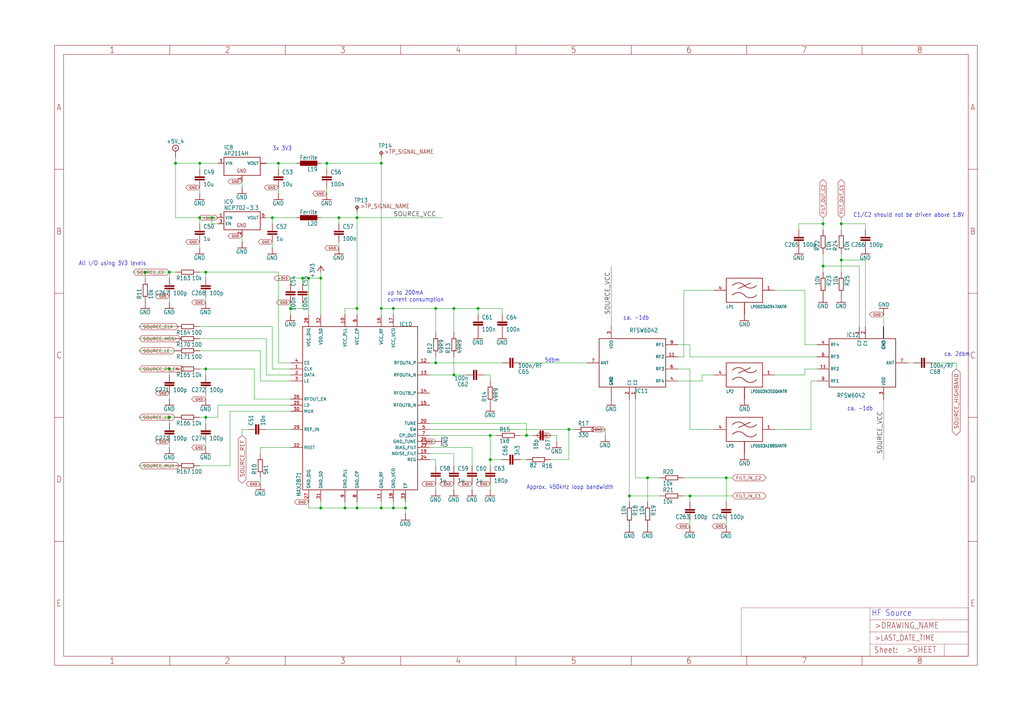
<source format=kicad_sch>
(kicad_sch (version 20210615) (generator eeschema)
  (paper "User" 429.793 300.279)
  (junction (at 60.96 114.3) (diameter 1.016))
  (junction (at 71.12 114.3) (diameter 1.016))
  (junction (at 71.12 154.94) (diameter 1.016))
  (junction (at 71.12 175.26) (diameter 1.016))
  (junction (at 73.66 68.58) (diameter 1.016))
  (junction (at 83.82 68.58) (diameter 1.016))
  (junction (at 83.82 91.44) (diameter 1.016))
  (junction (at 86.36 114.3) (diameter 1.016))
  (junction (at 86.36 154.94) (diameter 1.016))
  (junction (at 86.36 175.26) (diameter 1.016))
  (junction (at 88.9 91.44) (diameter 1.016))
  (junction (at 114.3 91.44) (diameter 1.016))
  (junction (at 116.84 68.58) (diameter 1.016))
  (junction (at 121.92 129.54) (diameter 1.016))
  (junction (at 127 116.84) (diameter 1.016))
  (junction (at 129.54 116.84) (diameter 1.016))
  (junction (at 134.62 116.84) (diameter 1.016))
  (junction (at 134.62 213.36) (diameter 1.016))
  (junction (at 137.16 68.58) (diameter 1.016))
  (junction (at 142.24 91.44) (diameter 1.016))
  (junction (at 144.78 213.36) (diameter 1.016))
  (junction (at 149.86 91.44) (diameter 1.016))
  (junction (at 149.86 129.54) (diameter 1.016))
  (junction (at 149.86 213.36) (diameter 1.016))
  (junction (at 160.02 68.58) (diameter 1.016))
  (junction (at 160.02 129.54) (diameter 1.016))
  (junction (at 160.02 213.36) (diameter 1.016))
  (junction (at 165.1 129.54) (diameter 1.016))
  (junction (at 165.1 213.36) (diameter 1.016))
  (junction (at 170.18 213.36) (diameter 1.016))
  (junction (at 182.88 129.54) (diameter 1.016))
  (junction (at 182.88 152.4) (diameter 1.016))
  (junction (at 190.5 129.54) (diameter 1.016))
  (junction (at 190.5 157.48) (diameter 1.016))
  (junction (at 200.66 129.54) (diameter 1.016))
  (junction (at 205.74 182.88) (diameter 1.016))
  (junction (at 205.74 193.04) (diameter 1.016))
  (junction (at 220.98 182.88) (diameter 1.016))
  (junction (at 238.76 180.34) (diameter 1.016))
  (junction (at 264.16 208.28) (diameter 1.016))
  (junction (at 271.78 200.66) (diameter 1.016))
  (junction (at 289.56 208.28) (diameter 1.016))
  (junction (at 304.8 200.66) (diameter 1.016))
  (junction (at 345.44 93.98) (diameter 1.016))
  (junction (at 345.44 111.76) (diameter 1.016))
  (junction (at 353.06 93.98) (diameter 1.016))
  (junction (at 353.06 109.22) (diameter 1.016))
  (wire (pts (xy 60.96 114.3) (xy 55.88 114.3)))
  (wire (pts (xy 60.96 116.84) (xy 60.96 114.3)))
  (wire (pts (xy 71.12 114.3) (xy 60.96 114.3)))
  (wire (pts (xy 71.12 116.84) (xy 71.12 114.3)))
  (wire (pts (xy 71.12 124.46) (xy 71.12 127)))
  (wire (pts (xy 71.12 154.94) (xy 58.42 154.94)))
  (wire (pts (xy 71.12 154.94) (xy 71.12 157.48)))
  (wire (pts (xy 71.12 165.1) (xy 71.12 167.64)))
  (wire (pts (xy 71.12 175.26) (xy 58.42 175.26)))
  (wire (pts (xy 71.12 175.26) (xy 71.12 177.8)))
  (wire (pts (xy 71.12 185.42) (xy 71.12 187.96)))
  (wire (pts (xy 73.66 68.58) (xy 73.66 66.04)))
  (wire (pts (xy 73.66 91.44) (xy 73.66 68.58)))
  (wire (pts (xy 73.66 114.3) (xy 71.12 114.3)))
  (wire (pts (xy 73.66 137.16) (xy 58.42 137.16)))
  (wire (pts (xy 73.66 142.24) (xy 58.42 142.24)))
  (wire (pts (xy 73.66 147.32) (xy 58.42 147.32)))
  (wire (pts (xy 73.66 154.94) (xy 71.12 154.94)))
  (wire (pts (xy 73.66 175.26) (xy 71.12 175.26)))
  (wire (pts (xy 73.66 195.58) (xy 58.42 195.58)))
  (wire (pts (xy 83.82 68.58) (xy 73.66 68.58)))
  (wire (pts (xy 83.82 68.58) (xy 83.82 71.12)))
  (wire (pts (xy 83.82 78.74) (xy 83.82 81.28)))
  (wire (pts (xy 83.82 91.44) (xy 73.66 91.44)))
  (wire (pts (xy 83.82 91.44) (xy 83.82 93.98)))
  (wire (pts (xy 83.82 101.6) (xy 83.82 104.14)))
  (wire (pts (xy 83.82 114.3) (xy 86.36 114.3)))
  (wire (pts (xy 83.82 142.24) (xy 111.76 142.24)))
  (wire (pts (xy 83.82 154.94) (xy 86.36 154.94)))
  (wire (pts (xy 83.82 175.26) (xy 86.36 175.26)))
  (wire (pts (xy 86.36 114.3) (xy 86.36 116.84)))
  (wire (pts (xy 86.36 127) (xy 86.36 124.46)))
  (wire (pts (xy 86.36 137.16) (xy 83.82 137.16)))
  (wire (pts (xy 86.36 154.94) (xy 86.36 157.48)))
  (wire (pts (xy 86.36 167.64) (xy 86.36 165.1)))
  (wire (pts (xy 86.36 175.26) (xy 86.36 177.8)))
  (wire (pts (xy 86.36 187.96) (xy 86.36 185.42)))
  (wire (pts (xy 88.9 91.44) (xy 83.82 91.44)))
  (wire (pts (xy 88.9 93.98) (xy 88.9 91.44)))
  (wire (pts (xy 91.44 68.58) (xy 83.82 68.58)))
  (wire (pts (xy 91.44 91.44) (xy 88.9 91.44)))
  (wire (pts (xy 91.44 93.98) (xy 88.9 93.98)))
  (wire (pts (xy 91.44 170.18) (xy 91.44 175.26)))
  (wire (pts (xy 91.44 175.26) (xy 86.36 175.26)))
  (wire (pts (xy 96.52 172.72) (xy 96.52 193.04)))
  (wire (pts (xy 96.52 193.04) (xy 96.52 195.58)))
  (wire (pts (xy 96.52 195.58) (xy 83.82 195.58)))
  (wire (pts (xy 101.6 76.2) (xy 101.6 78.74)))
  (wire (pts (xy 101.6 99.06) (xy 101.6 101.6)))
  (wire (pts (xy 101.6 180.34) (xy 101.6 182.88)))
  (wire (pts (xy 104.14 180.34) (xy 101.6 180.34)))
  (wire (pts (xy 106.68 154.94) (xy 86.36 154.94)))
  (wire (pts (xy 106.68 167.64) (xy 106.68 154.94)))
  (wire (pts (xy 109.22 147.32) (xy 83.82 147.32)))
  (wire (pts (xy 109.22 149.86) (xy 109.22 147.32)))
  (wire (pts (xy 109.22 160.02) (xy 109.22 149.86)))
  (wire (pts (xy 109.22 187.96) (xy 109.22 190.5)))
  (wire (pts (xy 109.22 203.2) (xy 109.22 200.66)))
  (wire (pts (xy 111.76 68.58) (xy 116.84 68.58)))
  (wire (pts (xy 111.76 91.44) (xy 114.3 91.44)))
  (wire (pts (xy 111.76 142.24) (xy 111.76 157.48)))
  (wire (pts (xy 111.76 180.34) (xy 116.84 180.34)))
  (wire (pts (xy 114.3 91.44) (xy 114.3 93.98)))
  (wire (pts (xy 114.3 91.44) (xy 124.46 91.44)))
  (wire (pts (xy 114.3 101.6) (xy 114.3 104.14)))
  (wire (pts (xy 114.3 137.16) (xy 86.36 137.16)))
  (wire (pts (xy 114.3 154.94) (xy 114.3 137.16)))
  (wire (pts (xy 116.84 68.58) (xy 116.84 71.12)))
  (wire (pts (xy 116.84 68.58) (xy 124.46 68.58)))
  (wire (pts (xy 116.84 78.74) (xy 116.84 81.28)))
  (wire (pts (xy 116.84 114.3) (xy 86.36 114.3)))
  (wire (pts (xy 116.84 152.4) (xy 116.84 114.3)))
  (wire (pts (xy 116.84 180.34) (xy 121.92 180.34)))
  (wire (pts (xy 121.92 116.84) (xy 127 116.84)))
  (wire (pts (xy 121.92 119.38) (xy 121.92 116.84)))
  (wire (pts (xy 121.92 127) (xy 121.92 129.54)))
  (wire (pts (xy 121.92 129.54) (xy 121.92 132.08)))
  (wire (pts (xy 121.92 129.54) (xy 127 129.54)))
  (wire (pts (xy 121.92 152.4) (xy 116.84 152.4)))
  (wire (pts (xy 121.92 154.94) (xy 114.3 154.94)))
  (wire (pts (xy 121.92 157.48) (xy 111.76 157.48)))
  (wire (pts (xy 121.92 160.02) (xy 109.22 160.02)))
  (wire (pts (xy 121.92 167.64) (xy 106.68 167.64)))
  (wire (pts (xy 121.92 170.18) (xy 91.44 170.18)))
  (wire (pts (xy 121.92 172.72) (xy 96.52 172.72)))
  (wire (pts (xy 121.92 187.96) (xy 109.22 187.96)))
  (wire (pts (xy 127 116.84) (xy 129.54 116.84)))
  (wire (pts (xy 127 119.38) (xy 127 116.84)))
  (wire (pts (xy 127 129.54) (xy 127 127)))
  (wire (pts (xy 129.54 116.84) (xy 134.62 116.84)))
  (wire (pts (xy 129.54 132.08) (xy 129.54 116.84)))
  (wire (pts (xy 129.54 210.82) (xy 129.54 213.36)))
  (wire (pts (xy 129.54 213.36) (xy 134.62 213.36)))
  (wire (pts (xy 134.62 68.58) (xy 137.16 68.58)))
  (wire (pts (xy 134.62 91.44) (xy 142.24 91.44)))
  (wire (pts (xy 134.62 114.3) (xy 134.62 116.84)))
  (wire (pts (xy 134.62 132.08) (xy 134.62 116.84)))
  (wire (pts (xy 134.62 210.82) (xy 134.62 213.36)))
  (wire (pts (xy 134.62 213.36) (xy 144.78 213.36)))
  (wire (pts (xy 137.16 68.58) (xy 160.02 68.58)))
  (wire (pts (xy 137.16 71.12) (xy 137.16 68.58)))
  (wire (pts (xy 137.16 81.28) (xy 137.16 78.74)))
  (wire (pts (xy 142.24 91.44) (xy 142.24 93.98)))
  (wire (pts (xy 142.24 91.44) (xy 149.86 91.44)))
  (wire (pts (xy 142.24 104.14) (xy 142.24 101.6)))
  (wire (pts (xy 144.78 129.54) (xy 149.86 129.54)))
  (wire (pts (xy 144.78 132.08) (xy 144.78 129.54)))
  (wire (pts (xy 144.78 210.82) (xy 144.78 213.36)))
  (wire (pts (xy 144.78 213.36) (xy 149.86 213.36)))
  (wire (pts (xy 149.86 88.9) (xy 149.86 91.44)))
  (wire (pts (xy 149.86 91.44) (xy 149.86 129.54)))
  (wire (pts (xy 149.86 91.44) (xy 167.64 91.44)))
  (wire (pts (xy 149.86 129.54) (xy 149.86 132.08)))
  (wire (pts (xy 149.86 210.82) (xy 149.86 213.36)))
  (wire (pts (xy 149.86 213.36) (xy 160.02 213.36)))
  (wire (pts (xy 160.02 68.58) (xy 160.02 66.04)))
  (wire (pts (xy 160.02 68.58) (xy 160.02 129.54)))
  (wire (pts (xy 160.02 129.54) (xy 160.02 132.08)))
  (wire (pts (xy 160.02 129.54) (xy 165.1 129.54)))
  (wire (pts (xy 160.02 210.82) (xy 160.02 213.36)))
  (wire (pts (xy 160.02 213.36) (xy 165.1 213.36)))
  (wire (pts (xy 165.1 129.54) (xy 165.1 132.08)))
  (wire (pts (xy 165.1 129.54) (xy 182.88 129.54)))
  (wire (pts (xy 165.1 210.82) (xy 165.1 213.36)))
  (wire (pts (xy 165.1 213.36) (xy 170.18 213.36)))
  (wire (pts (xy 167.64 91.44) (xy 185.42 91.44)))
  (wire (pts (xy 170.18 213.36) (xy 170.18 210.82)))
  (wire (pts (xy 170.18 213.36) (xy 170.18 215.9)))
  (wire (pts (xy 180.34 177.8) (xy 220.98 177.8)))
  (wire (pts (xy 180.34 180.34) (xy 238.76 180.34)))
  (wire (pts (xy 180.34 182.88) (xy 205.74 182.88)))
  (wire (pts (xy 180.34 187.96) (xy 198.12 187.96)))
  (wire (pts (xy 180.34 190.5) (xy 190.5 190.5)))
  (wire (pts (xy 180.34 193.04) (xy 182.88 193.04)))
  (wire (pts (xy 182.88 129.54) (xy 182.88 139.7)))
  (wire (pts (xy 182.88 152.4) (xy 180.34 152.4)))
  (wire (pts (xy 182.88 152.4) (xy 182.88 149.86)))
  (wire (pts (xy 182.88 157.48) (xy 180.34 157.48)))
  (wire (pts (xy 182.88 157.48) (xy 190.5 157.48)))
  (wire (pts (xy 182.88 185.42) (xy 180.34 185.42)))
  (wire (pts (xy 182.88 193.04) (xy 182.88 195.58)))
  (wire (pts (xy 182.88 203.2) (xy 182.88 205.74)))
  (wire (pts (xy 187.96 152.4) (xy 182.88 152.4)))
  (wire (pts (xy 190.5 129.54) (xy 182.88 129.54)))
  (wire (pts (xy 190.5 129.54) (xy 200.66 129.54)))
  (wire (pts (xy 190.5 139.7) (xy 190.5 129.54)))
  (wire (pts (xy 190.5 149.86) (xy 190.5 157.48)))
  (wire (pts (xy 190.5 157.48) (xy 195.58 157.48)))
  (wire (pts (xy 190.5 190.5) (xy 190.5 195.58)))
  (wire (pts (xy 190.5 203.2) (xy 190.5 205.74)))
  (wire (pts (xy 198.12 187.96) (xy 198.12 195.58)))
  (wire (pts (xy 198.12 203.2) (xy 198.12 205.74)))
  (wire (pts (xy 200.66 129.54) (xy 210.82 129.54)))
  (wire (pts (xy 200.66 132.08) (xy 200.66 129.54)))
  (wire (pts (xy 203.2 157.48) (xy 205.74 157.48)))
  (wire (pts (xy 205.74 157.48) (xy 205.74 160.02)))
  (wire (pts (xy 205.74 182.88) (xy 208.28 182.88)))
  (wire (pts (xy 205.74 193.04) (xy 205.74 182.88)))
  (wire (pts (xy 205.74 195.58) (xy 205.74 193.04)))
  (wire (pts (xy 205.74 203.2) (xy 205.74 205.74)))
  (wire (pts (xy 210.82 129.54) (xy 210.82 132.08)))
  (wire (pts (xy 210.82 152.4) (xy 187.96 152.4)))
  (wire (pts (xy 210.82 193.04) (xy 205.74 193.04)))
  (wire (pts (xy 218.44 182.88) (xy 220.98 182.88)))
  (wire (pts (xy 218.44 193.04) (xy 220.98 193.04)))
  (wire (pts (xy 220.98 182.88) (xy 220.98 177.8)))
  (wire (pts (xy 223.52 182.88) (xy 220.98 182.88)))
  (wire (pts (xy 231.14 182.88) (xy 233.68 182.88)))
  (wire (pts (xy 231.14 193.04) (xy 238.76 193.04)))
  (wire (pts (xy 233.68 152.4) (xy 218.44 152.4)))
  (wire (pts (xy 233.68 152.4) (xy 246.38 152.4)))
  (wire (pts (xy 233.68 182.88) (xy 233.68 185.42)))
  (wire (pts (xy 238.76 180.34) (xy 241.3 180.34)))
  (wire (pts (xy 238.76 193.04) (xy 238.76 180.34)))
  (wire (pts (xy 254 180.34) (xy 251.46 180.34)))
  (wire (pts (xy 254 180.34) (xy 254 182.88)))
  (wire (pts (xy 256.54 134.62) (xy 256.54 111.76)))
  (wire (pts (xy 256.54 134.62) (xy 256.54 137.16)))
  (wire (pts (xy 264.16 167.64) (xy 264.16 208.28)))
  (wire (pts (xy 264.16 208.28) (xy 264.16 210.82)))
  (wire (pts (xy 266.7 200.66) (xy 266.7 167.64)))
  (wire (pts (xy 271.78 200.66) (xy 266.7 200.66)))
  (wire (pts (xy 271.78 210.82) (xy 271.78 200.66)))
  (wire (pts (xy 276.86 200.66) (xy 271.78 200.66)))
  (wire (pts (xy 276.86 208.28) (xy 264.16 208.28)))
  (wire (pts (xy 284.48 149.86) (xy 287.02 149.86)))
  (wire (pts (xy 284.48 160.02) (xy 294.64 160.02)))
  (wire (pts (xy 287.02 121.92) (xy 297.18 121.92)))
  (wire (pts (xy 287.02 149.86) (xy 287.02 121.92)))
  (wire (pts (xy 287.02 200.66) (xy 304.8 200.66)))
  (wire (pts (xy 287.02 208.28) (xy 289.56 208.28)))
  (wire (pts (xy 289.56 144.78) (xy 284.48 144.78)))
  (wire (pts (xy 289.56 149.86) (xy 289.56 144.78)))
  (wire (pts (xy 289.56 154.94) (xy 284.48 154.94)))
  (wire (pts (xy 289.56 180.34) (xy 289.56 154.94)))
  (wire (pts (xy 289.56 208.28) (xy 307.34 208.28)))
  (wire (pts (xy 289.56 210.82) (xy 289.56 208.28)))
  (wire (pts (xy 289.56 220.98) (xy 289.56 218.44)))
  (wire (pts (xy 294.64 160.02) (xy 294.64 157.48)))
  (wire (pts (xy 297.18 121.92) (xy 299.72 121.92)))
  (wire (pts (xy 299.72 157.48) (xy 294.64 157.48)))
  (wire (pts (xy 299.72 180.34) (xy 289.56 180.34)))
  (wire (pts (xy 304.8 200.66) (xy 307.34 200.66)))
  (wire (pts (xy 304.8 210.82) (xy 304.8 200.66)))
  (wire (pts (xy 304.8 220.98) (xy 304.8 218.44)))
  (wire (pts (xy 325.12 121.92) (xy 337.82 121.92)))
  (wire (pts (xy 325.12 157.48) (xy 337.82 157.48)))
  (wire (pts (xy 325.12 180.34) (xy 340.36 180.34)))
  (wire (pts (xy 335.28 93.98) (xy 335.28 96.52)))
  (wire (pts (xy 337.82 121.92) (xy 337.82 144.78)))
  (wire (pts (xy 337.82 144.78) (xy 342.9 144.78)))
  (wire (pts (xy 337.82 154.94) (xy 342.9 154.94)))
  (wire (pts (xy 337.82 157.48) (xy 337.82 154.94)))
  (wire (pts (xy 340.36 160.02) (xy 342.9 160.02)))
  (wire (pts (xy 340.36 180.34) (xy 340.36 160.02)))
  (wire (pts (xy 342.9 149.86) (xy 289.56 149.86)))
  (wire (pts (xy 345.44 93.98) (xy 335.28 93.98)))
  (wire (pts (xy 345.44 93.98) (xy 345.44 91.44)))
  (wire (pts (xy 345.44 96.52) (xy 345.44 93.98)))
  (wire (pts (xy 345.44 106.68) (xy 345.44 111.76)))
  (wire (pts (xy 345.44 111.76) (xy 345.44 114.3)))
  (wire (pts (xy 345.44 111.76) (xy 360.68 111.76)))
  (wire (pts (xy 353.06 93.98) (xy 353.06 91.44)))
  (wire (pts (xy 353.06 93.98) (xy 363.22 93.98)))
  (wire (pts (xy 353.06 96.52) (xy 353.06 93.98)))
  (wire (pts (xy 353.06 106.68) (xy 353.06 109.22)))
  (wire (pts (xy 353.06 109.22) (xy 353.06 111.76)))
  (wire (pts (xy 353.06 109.22) (xy 363.22 109.22)))
  (wire (pts (xy 353.06 111.76) (xy 353.06 114.3)))
  (wire (pts (xy 360.68 111.76) (xy 360.68 137.16)))
  (wire (pts (xy 363.22 93.98) (xy 363.22 96.52)))
  (wire (pts (xy 363.22 109.22) (xy 363.22 137.16)))
  (wire (pts (xy 370.84 132.08) (xy 370.84 137.16)))
  (wire (pts (xy 370.84 167.64) (xy 370.84 193.04)))
  (wire (pts (xy 381 152.4) (xy 383.54 152.4)))
  (wire (pts (xy 391.16 152.4) (xy 401.32 152.4)))
  (wire (pts (xy 401.32 152.4) (xy 401.32 154.94)))
  (text "All I/O using 3V3 levels" (at 33.02 111.76 180) (effects (font (size 1.778 1.5113)) (justify left bottom)))
  (text "3x 3V3" (at 114.3 63.5 180) (effects (font (size 1.778 1.5113)) (justify left bottom)))
  (text "up to 200mA\ncurrent consumption" (at 162.56 127 180) (effects (font (size 1.778 1.5113)) (justify left bottom)))
  (text "Approx. 450kHz loop bandwidth" (at 220.98 205.74 180) (effects (font (size 1.778 1.5113)) (justify left bottom)))
  (text "5dbm" (at 228.6 152.4 180) (effects (font (size 1.778 1.5113)) (justify left bottom)))
  (text "ca. -1db" (at 261.62 134.62 180) (effects (font (size 1.778 1.5113)) (justify left bottom)))
  (text "ca. -1db" (at 355.6 172.72 180) (effects (font (size 1.778 1.5113)) (justify left bottom)))
  (text "C1/C2 should not be driven above 1.8V" (at 358.14 91.44 180) (effects (font (size 1.778 1.5113)) (justify left bottom)))
  (text "HF Source" (at 365.76 259.08 180) (effects (font (size 2.54 2.159)) (justify left bottom)))
  (text "ca. 2dbm" (at 396.24 149.86 180) (effects (font (size 1.778 1.5113)) (justify left bottom)))
  (label "SOURCE_VCC" (at 165.1 91.44 0) (effects (font (size 1.8567 1.8567))))
  (label "SOURCE_VCC" (at 256.54 132.08 90) (effects (font (size 1.8567 1.8567))))
  (label "SOURCE_VCC" (at 370.84 172.72 270) (effects (font (size 1.8567 1.8567))))
  (global_label "SOURCE_CE" (shape bidirectional) (at 55.88 114.3 0) (effects (font (size 1.3335 1.3335))) (property "Intersheet References" "${INTERSHEET_REFS}" (effects hide)))
  (global_label "SOURCE_CLK" (shape bidirectional) (at 58.42 137.16 0) (effects (font (size 1.3335 1.3335))) (property "Intersheet References" "${INTERSHEET_REFS}" (effects hide)))
  (global_label "SOURCE_MOSI" (shape bidirectional) (at 58.42 142.24 0) (effects (font (size 1.3335 1.3335))) (property "Intersheet References" "${INTERSHEET_REFS}" (effects hide)))
  (global_label "SOURCE_LE" (shape bidirectional) (at 58.42 147.32 0) (effects (font (size 1.3335 1.3335))) (property "Intersheet References" "${INTERSHEET_REFS}" (effects hide)))
  (global_label "SOURCE_RF_EN" (shape bidirectional) (at 58.42 154.94 0) (effects (font (size 1.3335 1.3335))) (property "Intersheet References" "${INTERSHEET_REFS}" (effects hide)))
  (global_label "SOURCE_LD" (shape bidirectional) (at 58.42 175.26 0) (effects (font (size 1.3335 1.3335))) (property "Intersheet References" "${INTERSHEET_REFS}" (effects hide)))
  (global_label "SOURCE_MUX" (shape bidirectional) (at 58.42 195.58 0) (effects (font (size 1.3335 1.3335))) (property "Intersheet References" "${INTERSHEET_REFS}" (effects hide)))
  (global_label "GND" (shape bidirectional) (at 71.12 124.46 180) (effects (font (size 1.016 1.016))) (property "Intersheet References" "${INTERSHEET_REFS}" (effects hide)))
  (global_label "GND" (shape bidirectional) (at 71.12 165.1 180) (effects (font (size 1.016 1.016))) (property "Intersheet References" "${INTERSHEET_REFS}" (effects hide)))
  (global_label "GND" (shape bidirectional) (at 71.12 185.42 180) (effects (font (size 1.016 1.016))) (property "Intersheet References" "${INTERSHEET_REFS}" (effects hide)))
  (global_label "GND" (shape bidirectional) (at 83.82 78.74 180) (effects (font (size 1.016 1.016))) (property "Intersheet References" "${INTERSHEET_REFS}" (effects hide)))
  (global_label "GND" (shape bidirectional) (at 83.82 101.6 180) (effects (font (size 1.016 1.016))) (property "Intersheet References" "${INTERSHEET_REFS}" (effects hide)))
  (global_label "GND" (shape bidirectional) (at 86.36 127 180) (effects (font (size 1.016 1.016))) (property "Intersheet References" "${INTERSHEET_REFS}" (effects hide)))
  (global_label "GND" (shape bidirectional) (at 86.36 167.64 180) (effects (font (size 1.016 1.016))) (property "Intersheet References" "${INTERSHEET_REFS}" (effects hide)))
  (global_label "GND" (shape bidirectional) (at 86.36 187.96 180) (effects (font (size 1.016 1.016))) (property "Intersheet References" "${INTERSHEET_REFS}" (effects hide)))
  (global_label "+5V/4" (shape bidirectional) (at 91.44 91.44 180) (effects (font (size 1.016 1.016))) (property "Intersheet References" "${INTERSHEET_REFS}" (effects hide)))
  (global_label "GND" (shape bidirectional) (at 101.6 76.2 180) (effects (font (size 1.016 1.016))) (property "Intersheet References" "${INTERSHEET_REFS}" (effects hide)))
  (global_label "GND" (shape bidirectional) (at 101.6 99.06 180) (effects (font (size 1.016 1.016))) (property "Intersheet References" "${INTERSHEET_REFS}" (effects hide)))
  (global_label "SOURCE_REF" (shape bidirectional) (at 101.6 182.88 270) (effects (font (size 1.6383 1.6383))) (property "Intersheet References" "${INTERSHEET_REFS}" (effects hide)))
  (global_label "GND" (shape bidirectional) (at 109.22 203.2 180) (effects (font (size 1.016 1.016))) (property "Intersheet References" "${INTERSHEET_REFS}" (effects hide)))
  (global_label "GND" (shape bidirectional) (at 114.3 101.6 180) (effects (font (size 1.016 1.016))) (property "Intersheet References" "${INTERSHEET_REFS}" (effects hide)))
  (global_label "GND" (shape bidirectional) (at 116.84 78.74 180) (effects (font (size 1.016 1.016))) (property "Intersheet References" "${INTERSHEET_REFS}" (effects hide)))
  (global_label "+3V3" (shape bidirectional) (at 121.92 116.84 180) (effects (font (size 1.016 1.016))) (property "Intersheet References" "${INTERSHEET_REFS}" (effects hide)))
  (global_label "GND" (shape bidirectional) (at 121.92 127 180) (effects (font (size 1.016 1.016))) (property "Intersheet References" "${INTERSHEET_REFS}" (effects hide)))
  (global_label "GND" (shape bidirectional) (at 129.54 210.82 180) (effects (font (size 1.016 1.016))) (property "Intersheet References" "${INTERSHEET_REFS}" (effects hide)))
  (global_label "GND" (shape bidirectional) (at 137.16 81.28 180) (effects (font (size 1.016 1.016))) (property "Intersheet References" "${INTERSHEET_REFS}" (effects hide)))
  (global_label "GND" (shape bidirectional) (at 142.24 104.14 180) (effects (font (size 1.016 1.016))) (property "Intersheet References" "${INTERSHEET_REFS}" (effects hide)))
  (global_label "GND" (shape bidirectional) (at 182.88 185.42 180) (effects (font (size 1.016 1.016))) (property "Intersheet References" "${INTERSHEET_REFS}" (effects hide)))
  (global_label "GND" (shape bidirectional) (at 182.88 203.2 180) (effects (font (size 1.016 1.016))) (property "Intersheet References" "${INTERSHEET_REFS}" (effects hide)))
  (global_label "GND" (shape bidirectional) (at 190.5 203.2 180) (effects (font (size 1.016 1.016))) (property "Intersheet References" "${INTERSHEET_REFS}" (effects hide)))
  (global_label "GND" (shape bidirectional) (at 198.12 203.2 180) (effects (font (size 1.016 1.016))) (property "Intersheet References" "${INTERSHEET_REFS}" (effects hide)))
  (global_label "GND" (shape bidirectional) (at 205.74 203.2 180) (effects (font (size 1.016 1.016))) (property "Intersheet References" "${INTERSHEET_REFS}" (effects hide)))
  (global_label "GND" (shape bidirectional) (at 231.14 182.88 180) (effects (font (size 1.016 1.016))) (property "Intersheet References" "${INTERSHEET_REFS}" (effects hide)))
  (global_label "GND" (shape bidirectional) (at 254 180.34 180) (effects (font (size 1.016 1.016))) (property "Intersheet References" "${INTERSHEET_REFS}" (effects hide)))
  (global_label "GND" (shape bidirectional) (at 289.56 220.98 180) (effects (font (size 1.016 1.016))) (property "Intersheet References" "${INTERSHEET_REFS}" (effects hide)))
  (global_label "GND" (shape bidirectional) (at 304.8 220.98 180) (effects (font (size 1.016 1.016))) (property "Intersheet References" "${INTERSHEET_REFS}" (effects hide)))
  (global_label "FILT_IN_C2" (shape bidirectional) (at 307.34 200.66 0) (effects (font (size 1.3335 1.3335))) (property "Intersheet References" "${INTERSHEET_REFS}" (effects hide)))
  (global_label "FILT_IN_C1" (shape bidirectional) (at 307.34 208.28 0) (effects (font (size 1.3335 1.3335))) (property "Intersheet References" "${INTERSHEET_REFS}" (effects hide)))
  (global_label "FILT_OUT_C2" (shape bidirectional) (at 345.44 91.44 90) (effects (font (size 1.3335 1.3335))) (property "Intersheet References" "${INTERSHEET_REFS}" (effects hide)))
  (global_label "FILT_OUT_C1" (shape bidirectional) (at 353.06 91.44 90) (effects (font (size 1.3335 1.3335))) (property "Intersheet References" "${INTERSHEET_REFS}" (effects hide)))
  (global_label "GND" (shape bidirectional) (at 370.84 132.08 180) (effects (font (size 1.016 1.016))) (property "Intersheet References" "${INTERSHEET_REFS}" (effects hide)))
  (global_label "SOURCE_HIGHBAND" (shape bidirectional) (at 401.32 154.94 270) (effects (font (size 1.6383 1.6383))) (property "Intersheet References" "${INTERSHEET_REFS}" (effects hide)))
  (symbol (lib_id "VNA-eagle-import:+3V3") (at 134.62 111.76 0)
    (property "Reference" "#+3V34" (effects hide))
    (property "Value" "+3V3" (at 132.08 116.84 90) (effects (font (size 1.778 1.5113)) (justify left bottom)))
  )
  (symbol (lib_id "VNA-eagle-import:GND") (at 60.96 129.54 0)
    (property "Reference" "#GND71" (effects hide))
    (property "Value" "GND" (at 58.42 132.08 0) (effects (font (size 1.778 1.5113)) (justify left bottom)))
  )
  (symbol (lib_id "VNA-eagle-import:GND") (at 71.12 129.54 0)
    (property "Reference" "#GND306" (effects hide))
    (property "Value" "GND" (at 68.58 132.08 0) (effects (font (size 1.778 1.5113)) (justify left bottom)))
  )
  (symbol (lib_id "VNA-eagle-import:GND") (at 71.12 170.18 0)
    (property "Reference" "#GND310" (effects hide))
    (property "Value" "GND" (at 68.58 172.72 0) (effects (font (size 1.778 1.5113)) (justify left bottom)))
  )
  (symbol (lib_id "VNA-eagle-import:GND") (at 71.12 190.5 0)
    (property "Reference" "#GND312" (effects hide))
    (property "Value" "GND" (at 68.58 193.04 0) (effects (font (size 1.778 1.5113)) (justify left bottom)))
  )
  (symbol (lib_id "VNA-eagle-import:GND") (at 83.82 83.82 0)
    (property "Reference" "#GND64" (effects hide))
    (property "Value" "GND" (at 81.28 86.36 0) (effects (font (size 1.778 1.5113)) (justify left bottom)))
  )
  (symbol (lib_id "VNA-eagle-import:GND") (at 83.82 106.68 0)
    (property "Reference" "#GND65" (effects hide))
    (property "Value" "GND" (at 81.28 109.22 0) (effects (font (size 1.778 1.5113)) (justify left bottom)))
  )
  (symbol (lib_id "VNA-eagle-import:GND") (at 86.36 129.54 0)
    (property "Reference" "#GND307" (effects hide))
    (property "Value" "GND" (at 83.82 132.08 0) (effects (font (size 1.778 1.5113)) (justify left bottom)))
  )
  (symbol (lib_id "VNA-eagle-import:GND") (at 86.36 170.18 0)
    (property "Reference" "#GND311" (effects hide))
    (property "Value" "GND" (at 83.82 172.72 0) (effects (font (size 1.778 1.5113)) (justify left bottom)))
  )
  (symbol (lib_id "VNA-eagle-import:GND") (at 86.36 190.5 0)
    (property "Reference" "#GND313" (effects hide))
    (property "Value" "GND" (at 83.82 193.04 0) (effects (font (size 1.778 1.5113)) (justify left bottom)))
  )
  (symbol (lib_id "VNA-eagle-import:GND") (at 101.6 81.28 0)
    (property "Reference" "#GND66" (effects hide))
    (property "Value" "GND" (at 99.06 83.82 0) (effects (font (size 1.778 1.5113)) (justify left bottom)))
  )
  (symbol (lib_id "VNA-eagle-import:GND") (at 101.6 104.14 0)
    (property "Reference" "#GND67" (effects hide))
    (property "Value" "GND" (at 99.06 106.68 0) (effects (font (size 1.778 1.5113)) (justify left bottom)))
  )
  (symbol (lib_id "VNA-eagle-import:GND") (at 109.22 205.74 0)
    (property "Reference" "#GND68" (effects hide))
    (property "Value" "GND" (at 106.68 208.28 0) (effects (font (size 1.778 1.5113)) (justify left bottom)))
  )
  (symbol (lib_id "VNA-eagle-import:GND") (at 114.3 106.68 0)
    (property "Reference" "#GND69" (effects hide))
    (property "Value" "GND" (at 111.76 109.22 0) (effects (font (size 1.778 1.5113)) (justify left bottom)))
  )
  (symbol (lib_id "VNA-eagle-import:GND") (at 116.84 83.82 0)
    (property "Reference" "#GND70" (effects hide))
    (property "Value" "GND" (at 114.3 86.36 0) (effects (font (size 1.778 1.5113)) (justify left bottom)))
  )
  (symbol (lib_id "VNA-eagle-import:GND") (at 121.92 134.62 0)
    (property "Reference" "#GND72" (effects hide))
    (property "Value" "GND" (at 119.38 137.16 0) (effects (font (size 1.778 1.5113)) (justify left bottom)))
  )
  (symbol (lib_id "VNA-eagle-import:GND") (at 137.16 83.82 0)
    (property "Reference" "#GND73" (effects hide))
    (property "Value" "GND" (at 134.62 86.36 0) (effects (font (size 1.778 1.5113)) (justify left bottom)))
  )
  (symbol (lib_id "VNA-eagle-import:GND") (at 142.24 106.68 0)
    (property "Reference" "#GND74" (effects hide))
    (property "Value" "GND" (at 139.7 109.22 0) (effects (font (size 1.778 1.5113)) (justify left bottom)))
  )
  (symbol (lib_id "VNA-eagle-import:GND") (at 170.18 218.44 0)
    (property "Reference" "#GND75" (effects hide))
    (property "Value" "GND" (at 167.64 220.98 0) (effects (font (size 1.778 1.5113)) (justify left bottom)))
  )
  (symbol (lib_id "VNA-eagle-import:GND") (at 182.88 208.28 0)
    (property "Reference" "#GND76" (effects hide))
    (property "Value" "GND" (at 180.34 210.82 0) (effects (font (size 1.778 1.5113)) (justify left bottom)))
  )
  (symbol (lib_id "VNA-eagle-import:GND") (at 185.42 185.42 90)
    (property "Reference" "#GND77" (effects hide))
    (property "Value" "GND" (at 187.96 187.96 0) (effects (font (size 1.778 1.5113)) (justify left bottom)))
  )
  (symbol (lib_id "VNA-eagle-import:GND") (at 190.5 208.28 0)
    (property "Reference" "#GND78" (effects hide))
    (property "Value" "GND" (at 187.96 210.82 0) (effects (font (size 1.778 1.5113)) (justify left bottom)))
  )
  (symbol (lib_id "VNA-eagle-import:GND") (at 198.12 208.28 0)
    (property "Reference" "#GND79" (effects hide))
    (property "Value" "GND" (at 195.58 210.82 0) (effects (font (size 1.778 1.5113)) (justify left bottom)))
  )
  (symbol (lib_id "VNA-eagle-import:GND") (at 200.66 142.24 0)
    (property "Reference" "#GND80" (effects hide))
    (property "Value" "GND" (at 198.12 144.78 0) (effects (font (size 1.778 1.5113)) (justify left bottom)))
  )
  (symbol (lib_id "VNA-eagle-import:GND") (at 205.74 172.72 0)
    (property "Reference" "#GND81" (effects hide))
    (property "Value" "GND" (at 203.2 175.26 0) (effects (font (size 1.778 1.5113)) (justify left bottom)))
  )
  (symbol (lib_id "VNA-eagle-import:GND") (at 205.74 208.28 0)
    (property "Reference" "#GND82" (effects hide))
    (property "Value" "GND" (at 203.2 210.82 0) (effects (font (size 1.778 1.5113)) (justify left bottom)))
  )
  (symbol (lib_id "VNA-eagle-import:GND") (at 210.82 142.24 0)
    (property "Reference" "#GND83" (effects hide))
    (property "Value" "GND" (at 208.28 144.78 0) (effects (font (size 1.778 1.5113)) (justify left bottom)))
  )
  (symbol (lib_id "VNA-eagle-import:GND") (at 233.68 187.96 0)
    (property "Reference" "#GND84" (effects hide))
    (property "Value" "GND" (at 231.14 190.5 0) (effects (font (size 1.778 1.5113)) (justify left bottom)))
  )
  (symbol (lib_id "VNA-eagle-import:GND") (at 254 185.42 0)
    (property "Reference" "#GND85" (effects hide))
    (property "Value" "GND" (at 251.46 187.96 0) (effects (font (size 1.778 1.5113)) (justify left bottom)))
  )
  (symbol (lib_id "VNA-eagle-import:GND") (at 256.54 170.18 0)
    (property "Reference" "#GND86" (effects hide))
    (property "Value" "GND" (at 254 172.72 0) (effects (font (size 1.778 1.5113)) (justify left bottom)))
  )
  (symbol (lib_id "VNA-eagle-import:GND") (at 264.16 223.52 0)
    (property "Reference" "#GND87" (effects hide))
    (property "Value" "GND" (at 261.62 226.06 0) (effects (font (size 1.778 1.5113)) (justify left bottom)))
  )
  (symbol (lib_id "VNA-eagle-import:GND") (at 271.78 223.52 0)
    (property "Reference" "#GND88" (effects hide))
    (property "Value" "GND" (at 269.24 226.06 0) (effects (font (size 1.778 1.5113)) (justify left bottom)))
  )
  (symbol (lib_id "VNA-eagle-import:GND") (at 289.56 223.52 0)
    (property "Reference" "#GND302" (effects hide))
    (property "Value" "GND" (at 287.02 226.06 0) (effects (font (size 1.778 1.5113)) (justify left bottom)))
  )
  (symbol (lib_id "VNA-eagle-import:GND") (at 304.8 223.52 0)
    (property "Reference" "#GND303" (effects hide))
    (property "Value" "GND" (at 302.26 226.06 0) (effects (font (size 1.778 1.5113)) (justify left bottom)))
  )
  (symbol (lib_id "VNA-eagle-import:GND") (at 312.42 134.62 0) (mirror y)
    (property "Reference" "#GND89" (effects hide))
    (property "Value" "GND" (at 314.96 137.16 0) (effects (font (size 1.778 1.5113)) (justify left bottom)))
  )
  (symbol (lib_id "VNA-eagle-import:GND") (at 312.42 170.18 0) (mirror y)
    (property "Reference" "#GND90" (effects hide))
    (property "Value" "GND" (at 314.96 172.72 0) (effects (font (size 1.778 1.5113)) (justify left bottom)))
  )
  (symbol (lib_id "VNA-eagle-import:GND") (at 312.42 193.04 0) (mirror y)
    (property "Reference" "#GND91" (effects hide))
    (property "Value" "GND" (at 314.96 195.58 0) (effects (font (size 1.778 1.5113)) (justify left bottom)))
  )
  (symbol (lib_id "VNA-eagle-import:GND") (at 335.28 106.68 0)
    (property "Reference" "#GND305" (effects hide))
    (property "Value" "GND" (at 332.74 109.22 0) (effects (font (size 1.778 1.5113)) (justify left bottom)))
  )
  (symbol (lib_id "VNA-eagle-import:GND") (at 345.44 127 0)
    (property "Reference" "#GND92" (effects hide))
    (property "Value" "GND" (at 342.9 129.54 0) (effects (font (size 1.778 1.5113)) (justify left bottom)))
  )
  (symbol (lib_id "VNA-eagle-import:GND") (at 353.06 127 0)
    (property "Reference" "#GND93" (effects hide))
    (property "Value" "GND" (at 350.52 129.54 0) (effects (font (size 1.778 1.5113)) (justify left bottom)))
  )
  (symbol (lib_id "VNA-eagle-import:GND") (at 363.22 106.68 0)
    (property "Reference" "#GND304" (effects hide))
    (property "Value" "GND" (at 360.68 109.22 0) (effects (font (size 1.778 1.5113)) (justify left bottom)))
  )
  (symbol (lib_id "VNA-eagle-import:GND") (at 370.84 129.54 180)
    (property "Reference" "#GND94" (effects hide))
    (property "Value" "GND" (at 373.38 127 0) (effects (font (size 1.778 1.5113)) (justify left bottom)))
  )
  (symbol (lib_id "VNA-eagle-import:+5V_4") (at 73.66 63.5 0)
    (property "Reference" "#SUPPLY5" (effects hide))
    (property "Value" "+5V_4" (at 69.85 60.325 0) (effects (font (size 1.778 1.5113)) (justify left bottom)))
  )
  (symbol (lib_id "VNA-eagle-import:R-EU_R0402") (at 60.96 121.92 90)
    (property "Reference" "R11" (at 59.4614 125.73 0) (effects (font (size 1.778 1.5113)) (justify left bottom)))
    (property "Value" "10k" (at 64.262 125.73 0) (effects (font (size 1.778 1.5113)) (justify left bottom)))
    (property "Footprint" "R0402" (effects hide))
  )
  (symbol (lib_id "VNA-eagle-import:R-EU_R0402") (at 78.74 114.3 180)
    (property "Reference" "R163" (at 80.01 115.7986 0) (effects (font (size 1.778 1.5113)) (justify left bottom)))
    (property "Value" "10k" (at 84.836 115.824 0) (effects (font (size 1.778 1.5113)) (justify left bottom)))
    (property "Footprint" "R0402" (effects hide))
  )
  (symbol (lib_id "VNA-eagle-import:R-EU_R0402") (at 78.74 137.16 180)
    (property "Reference" "R164" (at 80.01 138.6586 0) (effects (font (size 1.778 1.5113)) (justify left bottom)))
    (property "Value" "100" (at 84.836 138.684 0) (effects (font (size 1.778 1.5113)) (justify left bottom)))
    (property "Footprint" "R0402" (effects hide))
  )
  (symbol (lib_id "VNA-eagle-import:R-EU_R0402") (at 78.74 142.24 180)
    (property "Reference" "R170" (at 80.01 143.7386 0) (effects (font (size 1.778 1.5113)) (justify left bottom)))
    (property "Value" "100" (at 84.836 143.764 0) (effects (font (size 1.778 1.5113)) (justify left bottom)))
    (property "Footprint" "R0402" (effects hide))
  )
  (symbol (lib_id "VNA-eagle-import:R-EU_R0402") (at 78.74 147.32 180)
    (property "Reference" "R171" (at 80.01 148.8186 0) (effects (font (size 1.778 1.5113)) (justify left bottom)))
    (property "Value" "100" (at 84.836 148.844 0) (effects (font (size 1.778 1.5113)) (justify left bottom)))
    (property "Footprint" "R0402" (effects hide))
  )
  (symbol (lib_id "VNA-eagle-import:R-EU_R0402") (at 78.74 154.94 180)
    (property "Reference" "R165" (at 80.01 156.4386 0) (effects (font (size 1.778 1.5113)) (justify left bottom)))
    (property "Value" "10k" (at 84.836 156.464 0) (effects (font (size 1.778 1.5113)) (justify left bottom)))
    (property "Footprint" "R0402" (effects hide))
  )
  (symbol (lib_id "VNA-eagle-import:R-EU_R0402") (at 78.74 175.26 180)
    (property "Reference" "R166" (at 80.01 176.7586 0) (effects (font (size 1.778 1.5113)) (justify left bottom)))
    (property "Value" "10k" (at 84.836 176.784 0) (effects (font (size 1.778 1.5113)) (justify left bottom)))
    (property "Footprint" "R0402" (effects hide))
  )
  (symbol (lib_id "VNA-eagle-import:R-EU_R0402") (at 78.74 195.58 180)
    (property "Reference" "R167" (at 80.01 197.0786 0) (effects (font (size 1.778 1.5113)) (justify left bottom)))
    (property "Value" "100" (at 84.836 197.104 0) (effects (font (size 1.778 1.5113)) (justify left bottom)))
    (property "Footprint" "R0402" (effects hide))
  )
  (symbol (lib_id "VNA-eagle-import:R-EU_R0402") (at 109.22 195.58 90)
    (property "Reference" "R10" (at 107.7214 199.39 0) (effects (font (size 1.778 1.5113)) (justify left bottom)))
    (property "Value" "5k1" (at 112.522 199.39 0) (effects (font (size 1.778 1.5113)) (justify left bottom)))
    (property "Footprint" "R0402" (effects hide))
  )
  (symbol (lib_id "VNA-eagle-import:FERRITE") (at 129.54 68.58 90)
    (property "Reference" "L19" (at 133.35 70.0786 90) (effects (font (size 1.778 1.5113)) (justify left bottom)))
    (property "Value" "Ferrite" (at 133.35 65.278 90) (effects (font (size 1.778 1.5113)) (justify left bottom)))
    (property "Footprint" "R0402" (effects hide))
  )
  (symbol (lib_id "VNA-eagle-import:FERRITE") (at 129.54 91.44 90)
    (property "Reference" "L20" (at 133.35 92.9386 90) (effects (font (size 1.778 1.5113)) (justify left bottom)))
    (property "Value" "Ferrite" (at 133.35 88.138 90) (effects (font (size 1.778 1.5113)) (justify left bottom)))
    (property "Footprint" "R0402" (effects hide))
  )
  (symbol (lib_id "VNA-eagle-import:R-EU_R0402") (at 182.88 144.78 90)
    (property "Reference" "R12" (at 181.3814 148.59 0) (effects (font (size 1.778 1.5113)) (justify left bottom)))
    (property "Value" "49R9" (at 186.182 148.59 0) (effects (font (size 1.778 1.5113)) (justify left bottom)))
    (property "Footprint" "R0402" (effects hide))
  )
  (symbol (lib_id "VNA-eagle-import:R-EU_R0402") (at 190.5 144.78 90)
    (property "Reference" "R13" (at 189.0014 148.59 0) (effects (font (size 1.778 1.5113)) (justify left bottom)))
    (property "Value" "49R9" (at 193.802 148.59 0) (effects (font (size 1.778 1.5113)) (justify left bottom)))
    (property "Footprint" "R0402" (effects hide))
  )
  (symbol (lib_id "VNA-eagle-import:R-EU_R0402") (at 205.74 165.1 90)
    (property "Reference" "R14" (at 204.2414 168.91 0) (effects (font (size 1.778 1.5113)) (justify left bottom)))
    (property "Value" "49R9" (at 209.042 168.91 0) (effects (font (size 1.778 1.5113)) (justify left bottom)))
    (property "Footprint" "R0402" (effects hide))
  )
  (symbol (lib_id "VNA-eagle-import:R-EU_R0402") (at 213.36 182.88 0)
    (property "Reference" "R15" (at 209.55 181.3814 0) (effects (font (size 1.778 1.5113)) (justify left bottom)))
    (property "Value" "1k8" (at 209.55 186.182 0) (effects (font (size 1.778 1.5113)) (justify left bottom)))
    (property "Footprint" "R0402" (effects hide))
  )
  (symbol (lib_id "VNA-eagle-import:R-EU_R0402") (at 226.06 193.04 0)
    (property "Reference" "R16" (at 227.33 196.6214 0) (effects (font (size 1.778 1.5113)) (justify left bottom)))
    (property "Value" "82" (at 222.25 196.342 0) (effects (font (size 1.778 1.5113)) (justify left bottom)))
    (property "Footprint" "R0402" (effects hide))
  )
  (symbol (lib_id "VNA-eagle-import:R-EU_R0402") (at 246.38 180.34 0)
    (property "Reference" "R17" (at 242.57 178.8414 0) (effects (font (size 1.778 1.5113)) (justify left bottom)))
    (property "Value" "330" (at 242.57 183.642 0) (effects (font (size 1.778 1.5113)) (justify left bottom)))
    (property "Footprint" "R0402" (effects hide))
  )
  (symbol (lib_id "VNA-eagle-import:R-EU_R0402") (at 264.16 215.9 270)
    (property "Reference" "R18" (at 265.6586 212.09 0) (effects (font (size 1.778 1.5113)) (justify left bottom)))
    (property "Value" "10k" (at 260.858 212.09 0) (effects (font (size 1.778 1.5113)) (justify left bottom)))
    (property "Footprint" "R0402" (effects hide))
  )
  (symbol (lib_id "VNA-eagle-import:R-EU_R0402") (at 271.78 215.9 270)
    (property "Reference" "R19" (at 273.2786 212.09 0) (effects (font (size 1.778 1.5113)) (justify left bottom)))
    (property "Value" "10k" (at 268.478 212.09 0) (effects (font (size 1.778 1.5113)) (justify left bottom)))
    (property "Footprint" "R0402" (effects hide))
  )
  (symbol (lib_id "VNA-eagle-import:R-EU_R0402") (at 281.94 200.66 0)
    (property "Reference" "R20" (at 278.13 199.1614 0) (effects (font (size 1.778 1.5113)) (justify left bottom)))
    (property "Value" "10k" (at 278.13 203.962 0) (effects (font (size 1.778 1.5113)) (justify left bottom)))
    (property "Footprint" "R0402" (effects hide))
  )
  (symbol (lib_id "VNA-eagle-import:R-EU_R0402") (at 281.94 208.28 0)
    (property "Reference" "R21" (at 278.13 206.7814 0) (effects (font (size 1.778 1.5113)) (justify left bottom)))
    (property "Value" "10k" (at 278.13 211.582 0) (effects (font (size 1.778 1.5113)) (justify left bottom)))
    (property "Footprint" "R0402" (effects hide))
  )
  (symbol (lib_id "VNA-eagle-import:R-EU_R0402") (at 345.44 101.6 90)
    (property "Reference" "R22" (at 343.9414 105.41 0) (effects (font (size 1.778 1.5113)) (justify left bottom)))
    (property "Value" "10k" (at 348.742 105.41 0) (effects (font (size 1.778 1.5113)) (justify left bottom)))
    (property "Footprint" "R0402" (effects hide))
  )
  (symbol (lib_id "VNA-eagle-import:R-EU_R0402") (at 345.44 119.38 270)
    (property "Reference" "R23" (at 346.9386 115.57 0) (effects (font (size 1.778 1.5113)) (justify left bottom)))
    (property "Value" "10k" (at 342.138 115.57 0) (effects (font (size 1.778 1.5113)) (justify left bottom)))
    (property "Footprint" "R0402" (effects hide))
  )
  (symbol (lib_id "VNA-eagle-import:R-EU_R0402") (at 353.06 101.6 90)
    (property "Reference" "R24" (at 351.5614 105.41 0) (effects (font (size 1.778 1.5113)) (justify left bottom)))
    (property "Value" "10k" (at 356.362 105.41 0) (effects (font (size 1.778 1.5113)) (justify left bottom)))
    (property "Footprint" "R0402" (effects hide))
  )
  (symbol (lib_id "VNA-eagle-import:R-EU_R0402") (at 353.06 119.38 270)
    (property "Reference" "R25" (at 354.5586 115.57 0) (effects (font (size 1.778 1.5113)) (justify left bottom)))
    (property "Value" "10k" (at 349.758 115.57 0) (effects (font (size 1.778 1.5113)) (justify left bottom)))
    (property "Footprint" "R0402" (effects hide))
  )
  (symbol (lib_id "VNA-eagle-import:C-EU?_2C0402") (at 71.12 119.38 0)
    (property "Reference" "C267" (at 65.024 124.079 0) (effects (font (size 1.778 1.5113)) (justify left bottom)))
    (property "Value" "100p" (at 72.644 124.079 0) (effects (font (size 1.778 1.5113)) (justify left bottom)))
    (property "Footprint" "C0402" (effects hide))
  )
  (symbol (lib_id "VNA-eagle-import:C-EU?_2C0402") (at 71.12 160.02 0)
    (property "Reference" "C271" (at 65.024 164.719 0) (effects (font (size 1.778 1.5113)) (justify left bottom)))
    (property "Value" "100p" (at 72.644 164.719 0) (effects (font (size 1.778 1.5113)) (justify left bottom)))
    (property "Footprint" "C0402" (effects hide))
  )
  (symbol (lib_id "VNA-eagle-import:C-EU?_2C0402") (at 71.12 180.34 0)
    (property "Reference" "C273" (at 65.024 185.039 0) (effects (font (size 1.778 1.5113)) (justify left bottom)))
    (property "Value" "100p" (at 72.644 185.039 0) (effects (font (size 1.778 1.5113)) (justify left bottom)))
    (property "Footprint" "C0402" (effects hide))
  )
  (symbol (lib_id "VNA-eagle-import:C-EUC1206") (at 83.82 73.66 0)
    (property "Reference" "C49" (at 85.344 73.279 0) (effects (font (size 1.778 1.5113)) (justify left bottom)))
    (property "Value" "10u" (at 85.344 78.359 0) (effects (font (size 1.778 1.5113)) (justify left bottom)))
    (property "Footprint" "C1206" (effects hide))
  )
  (symbol (lib_id "VNA-eagle-import:C-EU?_1C0603") (at 83.82 96.52 0)
    (property "Reference" "C50" (at 85.344 96.139 0) (effects (font (size 1.778 1.5113)) (justify left bottom)))
    (property "Value" "1u" (at 85.344 101.219 0) (effects (font (size 1.778 1.5113)) (justify left bottom)))
    (property "Footprint" "C0603" (effects hide))
  )
  (symbol (lib_id "VNA-eagle-import:C-EU?_2C0402") (at 86.36 119.38 0)
    (property "Reference" "C268" (at 80.264 124.079 0) (effects (font (size 1.778 1.5113)) (justify left bottom)))
    (property "Value" "100p" (at 87.884 124.079 0) (effects (font (size 1.778 1.5113)) (justify left bottom)))
    (property "Footprint" "C0402" (effects hide))
  )
  (symbol (lib_id "VNA-eagle-import:C-EU?_2C0402") (at 86.36 160.02 0)
    (property "Reference" "C272" (at 80.264 164.719 0) (effects (font (size 1.778 1.5113)) (justify left bottom)))
    (property "Value" "100p" (at 87.884 164.719 0) (effects (font (size 1.778 1.5113)) (justify left bottom)))
    (property "Footprint" "C0402" (effects hide))
  )
  (symbol (lib_id "VNA-eagle-import:C-EU?_2C0402") (at 86.36 180.34 0)
    (property "Reference" "C274" (at 80.264 185.039 0) (effects (font (size 1.778 1.5113)) (justify left bottom)))
    (property "Value" "100p" (at 87.884 185.039 0) (effects (font (size 1.778 1.5113)) (justify left bottom)))
    (property "Footprint" "C0402" (effects hide))
  )
  (symbol (lib_id "VNA-eagle-import:C-EU?_2C0402") (at 106.68 180.34 90)
    (property "Reference" "C51" (at 106.299 178.816 0) (effects (font (size 1.778 1.5113)) (justify left bottom)))
    (property "Value" "10n" (at 111.379 178.816 0) (effects (font (size 1.778 1.5113)) (justify left bottom)))
    (property "Footprint" "C0402" (effects hide))
  )
  (symbol (lib_id "VNA-eagle-import:C-EU?_1C0603") (at 114.3 96.52 0)
    (property "Reference" "C52" (at 115.824 96.139 0) (effects (font (size 1.778 1.5113)) (justify left bottom)))
    (property "Value" "1u" (at 115.824 101.219 0) (effects (font (size 1.778 1.5113)) (justify left bottom)))
    (property "Footprint" "C0603" (effects hide))
  )
  (symbol (lib_id "VNA-eagle-import:C-EUC1206") (at 116.84 73.66 0)
    (property "Reference" "C53" (at 118.364 73.279 0) (effects (font (size 1.778 1.5113)) (justify left bottom)))
    (property "Value" "10u" (at 118.364 78.359 0) (effects (font (size 1.778 1.5113)) (justify left bottom)))
    (property "Footprint" "C1206" (effects hide))
  )
  (symbol (lib_id "VNA-eagle-import:C-EU?_2C0402") (at 121.92 121.92 0)
    (property "Reference" "C54" (at 124.079 120.396 90) (effects (font (size 1.778 1.5113)) (justify left bottom)))
    (property "Value" "100n" (at 124.079 130.556 90) (effects (font (size 1.778 1.5113)) (justify left bottom)))
    (property "Footprint" "C0402" (effects hide))
  )
  (symbol (lib_id "VNA-eagle-import:C-EU?_2C0402") (at 127 121.92 0)
    (property "Reference" "C55" (at 129.159 120.396 90) (effects (font (size 1.778 1.5113)) (justify left bottom)))
    (property "Value" "100n" (at 129.159 130.556 90) (effects (font (size 1.778 1.5113)) (justify left bottom)))
    (property "Footprint" "C0402" (effects hide))
  )
  (symbol (lib_id "VNA-eagle-import:C-EU?_2C0402") (at 137.16 73.66 0)
    (property "Reference" "C56" (at 138.684 73.279 0) (effects (font (size 1.778 1.5113)) (justify left bottom)))
    (property "Value" "100n" (at 138.684 78.359 0) (effects (font (size 1.778 1.5113)) (justify left bottom)))
    (property "Footprint" "C0402" (effects hide))
  )
  (symbol (lib_id "VNA-eagle-import:C-EU?_2C0402") (at 142.24 96.52 0)
    (property "Reference" "C57" (at 143.764 96.139 0) (effects (font (size 1.778 1.5113)) (justify left bottom)))
    (property "Value" "100n" (at 143.764 101.219 0) (effects (font (size 1.778 1.5113)) (justify left bottom)))
    (property "Footprint" "C0402" (effects hide))
  )
  (symbol (lib_id "VNA-eagle-import:C-EU?_2C0402") (at 182.88 198.12 0)
    (property "Reference" "C58" (at 184.404 197.739 0) (effects (font (size 1.778 1.5113)) (justify left bottom)))
    (property "Value" "1u" (at 184.404 202.819 0) (effects (font (size 1.778 1.5113)) (justify left bottom)))
    (property "Footprint" "C0402" (effects hide))
  )
  (symbol (lib_id "VNA-eagle-import:C-EU?_2C0402") (at 190.5 198.12 0)
    (property "Reference" "C59" (at 192.024 197.739 0) (effects (font (size 1.778 1.5113)) (justify left bottom)))
    (property "Value" "1u" (at 192.024 202.819 0) (effects (font (size 1.778 1.5113)) (justify left bottom)))
    (property "Footprint" "C0402" (effects hide))
  )
  (symbol (lib_id "VNA-eagle-import:C-EU?_2C0402") (at 198.12 198.12 0)
    (property "Reference" "C60" (at 199.644 197.739 0) (effects (font (size 1.778 1.5113)) (justify left bottom)))
    (property "Value" "1u" (at 199.644 202.819 0) (effects (font (size 1.778 1.5113)) (justify left bottom)))
    (property "Footprint" "C0402" (effects hide))
  )
  (symbol (lib_id "VNA-eagle-import:C-EU?_2C0402") (at 200.66 134.62 0)
    (property "Reference" "C61" (at 202.184 134.239 0) (effects (font (size 1.778 1.5113)) (justify left bottom)))
    (property "Value" "100n" (at 202.184 139.319 0) (effects (font (size 1.778 1.5113)) (justify left bottom)))
    (property "Footprint" "C0402" (effects hide))
  )
  (symbol (lib_id "VNA-eagle-import:C-EU?_2C0402") (at 200.66 157.48 270)
    (property "Reference" "C62" (at 196.596 160.401 90) (effects (font (size 1.778 1.5113)) (justify right top)))
    (property "Value" "100n" (at 196.596 157.861 90) (effects (font (size 1.778 1.5113)) (justify right top)))
    (property "Footprint" "C0402" (effects hide))
  )
  (symbol (lib_id "VNA-eagle-import:C-EU?_2C0402") (at 205.74 198.12 0)
    (property "Reference" "C63" (at 207.264 197.739 0) (effects (font (size 1.778 1.5113)) (justify left bottom)))
    (property "Value" "180p" (at 207.264 202.819 0) (effects (font (size 1.778 1.5113)) (justify left bottom)))
    (property "Footprint" "C0402" (effects hide))
  )
  (symbol (lib_id "VNA-eagle-import:C-EU?_2C0402") (at 210.82 134.62 0)
    (property "Reference" "C64" (at 212.344 134.239 0) (effects (font (size 1.778 1.5113)) (justify left bottom)))
    (property "Value" "100n" (at 212.344 139.319 0) (effects (font (size 1.778 1.5113)) (justify left bottom)))
    (property "Footprint" "C0402" (effects hide))
  )
  (symbol (lib_id "VNA-eagle-import:C-EU?_2C0402") (at 213.36 152.4 90)
    (property "Reference" "C65" (at 217.424 157.099 90) (effects (font (size 1.778 1.5113)) (justify right top)))
    (property "Value" "100n/RF" (at 217.424 154.559 90) (effects (font (size 1.778 1.5113)) (justify right top)))
    (property "Footprint" "C0402" (effects hide))
  )
  (symbol (lib_id "VNA-eagle-import:C-EU?_2C0402") (at 213.36 193.04 90)
    (property "Reference" "C66" (at 212.979 191.516 0) (effects (font (size 1.778 1.5113)) (justify left bottom)))
    (property "Value" "3n3" (at 218.059 191.516 0) (effects (font (size 1.778 1.5113)) (justify left bottom)))
    (property "Footprint" "C0402" (effects hide))
  )
  (symbol (lib_id "VNA-eagle-import:C-EU?_2C0402") (at 228.6 182.88 270)
    (property "Reference" "C67" (at 228.981 184.404 0) (effects (font (size 1.778 1.5113)) (justify left bottom)))
    (property "Value" "18p" (at 223.901 184.404 0) (effects (font (size 1.778 1.5113)) (justify left bottom)))
    (property "Footprint" "C0402" (effects hide))
  )
  (symbol (lib_id "VNA-eagle-import:C-EU?_2C0402") (at 289.56 213.36 0)
    (property "Reference" "C263" (at 283.464 218.059 0) (effects (font (size 1.778 1.5113)) (justify left bottom)))
    (property "Value" "100p" (at 291.084 218.059 0) (effects (font (size 1.778 1.5113)) (justify left bottom)))
    (property "Footprint" "C0402" (effects hide))
  )
  (symbol (lib_id "VNA-eagle-import:C-EU?_2C0402") (at 304.8 213.36 0)
    (property "Reference" "C264" (at 298.704 218.059 0) (effects (font (size 1.778 1.5113)) (justify left bottom)))
    (property "Value" "100p" (at 306.324 218.059 0) (effects (font (size 1.778 1.5113)) (justify left bottom)))
    (property "Footprint" "C0402" (effects hide))
  )
  (symbol (lib_id "VNA-eagle-import:C-EU?_2C0402") (at 335.28 99.06 0)
    (property "Reference" "C265" (at 329.184 103.759 0) (effects (font (size 1.778 1.5113)) (justify left bottom)))
    (property "Value" "100p" (at 336.804 103.759 0) (effects (font (size 1.778 1.5113)) (justify left bottom)))
    (property "Footprint" "C0402" (effects hide))
  )
  (symbol (lib_id "VNA-eagle-import:C-EU?_2C0402") (at 363.22 99.06 0)
    (property "Reference" "C266" (at 357.124 103.759 0) (effects (font (size 1.778 1.5113)) (justify left bottom)))
    (property "Value" "100p" (at 364.744 103.759 0) (effects (font (size 1.778 1.5113)) (justify left bottom)))
    (property "Footprint" "C0402" (effects hide))
  )
  (symbol (lib_id "VNA-eagle-import:C-EU?_2C0402") (at 386.08 152.4 90)
    (property "Reference" "C68" (at 390.144 157.099 90) (effects (font (size 1.778 1.5113)) (justify right top)))
    (property "Value" "100n/RF" (at 390.144 154.559 90) (effects (font (size 1.778 1.5113)) (justify right top)))
    (property "Footprint" "C0402" (effects hide))
  )
  (symbol (lib_id "VNA-eagle-import:TPB1,27") (at 149.86 86.36 0)
    (property "Reference" "TP13" (at 148.59 85.09 0) (effects (font (size 1.778 1.5113)) (justify left bottom)))
    (property "Value" "TPB1,27" (effects hide))
    (property "Footprint" "B1,27" (effects hide))
  )
  (symbol (lib_id "VNA-eagle-import:TPB1,27") (at 160.02 63.5 0)
    (property "Reference" "TP14" (at 158.75 62.23 0) (effects (font (size 1.778 1.5113)) (justify left bottom)))
    (property "Value" "TPB1,27" (effects hide))
    (property "Footprint" "B1,27" (effects hide))
  )
  (symbol (lib_id "VNA-eagle-import:AP2114H") (at 101.6 68.58 0)
    (property "Reference" "IC8" (at 93.98 62.865 0) (effects (font (size 1.778 1.5113)) (justify left bottom)))
    (property "Value" "AP2114H" (at 93.98 65.405 0) (effects (font (size 1.778 1.5113)) (justify left bottom)))
    (property "Footprint" "SOT230P700X180-4" (effects hide))
  )
  (symbol (lib_id "VNA-eagle-import:NCP702") (at 101.6 91.44 0)
    (property "Reference" "IC9" (at 93.98 85.725 0) (effects (font (size 1.778 1.5113)) (justify left bottom)))
    (property "Value" "NCP702-3.3" (at 93.98 88.265 0) (effects (font (size 1.778 1.5113)) (justify left bottom)))
    (property "Footprint" "SOT95P240X110-5" (effects hide))
  )
  (symbol (lib_id "VNA-eagle-import:LP0603A") (at 312.42 121.92 0)
    (property "Reference" "LP1" (at 304.8 129.54 0) (effects (font (size 1.27 1.0795)) (justify left bottom)))
    (property "Value" "LP0603A0947ANTR" (at 314.96 129.54 0) (effects (font (size 1.27 1.0795)) (justify left bottom)))
    (property "Footprint" "FILTRDFN160X84X70-4N" (effects hide))
  )
  (symbol (lib_id "VNA-eagle-import:LP0603A") (at 312.42 157.48 0)
    (property "Reference" "LP2" (at 304.8 165.1 0) (effects (font (size 1.27 1.0795)) (justify left bottom)))
    (property "Value" "LP0603N3500ANTR" (at 314.96 165.1 0) (effects (font (size 1.27 1.0795)) (justify left bottom)))
    (property "Footprint" "FILTRDFN160X84X70-4N" (effects hide))
  )
  (symbol (lib_id "VNA-eagle-import:LP0603A") (at 312.42 180.34 0)
    (property "Reference" "LP3" (at 304.8 187.96 0) (effects (font (size 1.27 1.0795)) (justify left bottom)))
    (property "Value" "LP0603A1880ANTR" (at 314.96 187.96 0) (effects (font (size 1.27 1.0795)) (justify left bottom)))
    (property "Footprint" "FILTRDFN160X84X70-4N" (effects hide))
  )
  (symbol (lib_id "VNA-eagle-import:RFSW6042") (at 261.62 152.4 0)
    (property "Reference" "IC11" (at 266.7 165.1 0) (effects (font (size 1.778 1.5113)) (justify left bottom)))
    (property "Value" "RFSW6042" (at 264.16 139.7 0) (effects (font (size 1.778 1.5113)) (justify left bottom)))
    (property "Footprint" "QFN40P180X180X55-13T76N" (effects hide))
  )
  (symbol (lib_id "VNA-eagle-import:RFSW6042") (at 365.76 152.4 180)
    (property "Reference" "IC12" (at 360.68 139.7 0) (effects (font (size 1.778 1.5113)) (justify left bottom)))
    (property "Value" "RFSW6042" (at 363.22 165.1 0) (effects (font (size 1.778 1.5113)) (justify left bottom)))
    (property "Footprint" "QFN40P180X180X55-13T76N" (effects hide))
  )
  (symbol (lib_id "VNA-eagle-import:MAX2871") (at 149.86 172.72 0)
    (property "Reference" "IC10" (at 167.64 137.16 0) (effects (font (size 1.778 1.5113)) (justify left bottom)))
    (property "Value" "MAX2871" (at 124.46 198.12 90) (effects (font (size 1.778 1.5113)) (justify right top)))
    (property "Footprint" "QFN50P500X500X80-33T310" (effects hide))
  )
  (symbol (lib_id "VNA-eagle-import:A3L-LOC") (at 22.86 279.4 0)
    (property "Reference" "#FRAME3" (effects hide))
    (property "Value" "A3L-LOC" (effects hide))
  )
)
</source>
